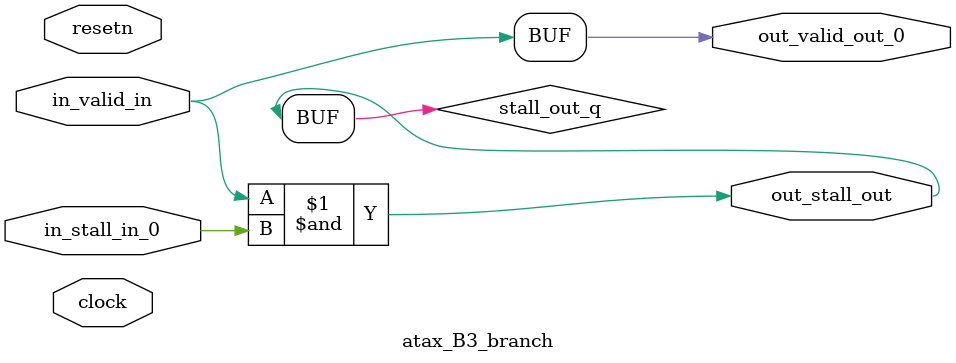
<source format=sv>



(* altera_attribute = "-name AUTO_SHIFT_REGISTER_RECOGNITION OFF; -name MESSAGE_DISABLE 10036; -name MESSAGE_DISABLE 10037; -name MESSAGE_DISABLE 14130; -name MESSAGE_DISABLE 14320; -name MESSAGE_DISABLE 15400; -name MESSAGE_DISABLE 14130; -name MESSAGE_DISABLE 10036; -name MESSAGE_DISABLE 12020; -name MESSAGE_DISABLE 12030; -name MESSAGE_DISABLE 12010; -name MESSAGE_DISABLE 12110; -name MESSAGE_DISABLE 14320; -name MESSAGE_DISABLE 13410; -name MESSAGE_DISABLE 113007; -name MESSAGE_DISABLE 10958" *)
module atax_B3_branch (
    input wire [0:0] in_stall_in_0,
    input wire [0:0] in_valid_in,
    output wire [0:0] out_stall_out,
    output wire [0:0] out_valid_out_0,
    input wire clock,
    input wire resetn
    );

    wire [0:0] stall_out_q;


    // stall_out(LOGICAL,6)
    assign stall_out_q = in_valid_in & in_stall_in_0;

    // out_stall_out(GPOUT,4)
    assign out_stall_out = stall_out_q;

    // out_valid_out_0(GPOUT,5)
    assign out_valid_out_0 = in_valid_in;

endmodule

</source>
